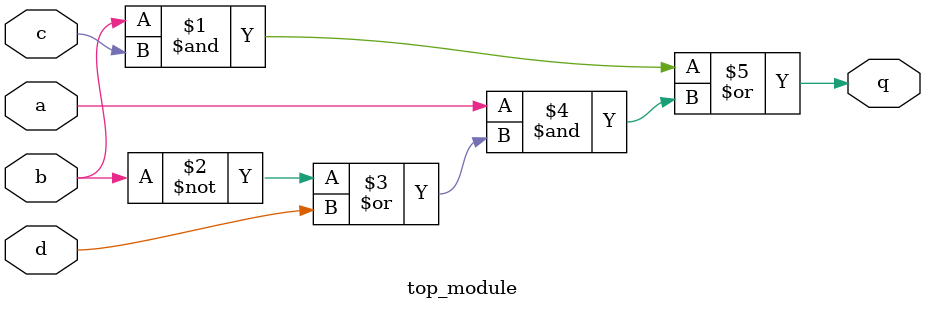
<source format=sv>
module top_module (
    input a, 
    input b, 
    input c, 
    input d,
    output q
);

assign q = (b & c) | (a & (~b | d));

endmodule

</source>
